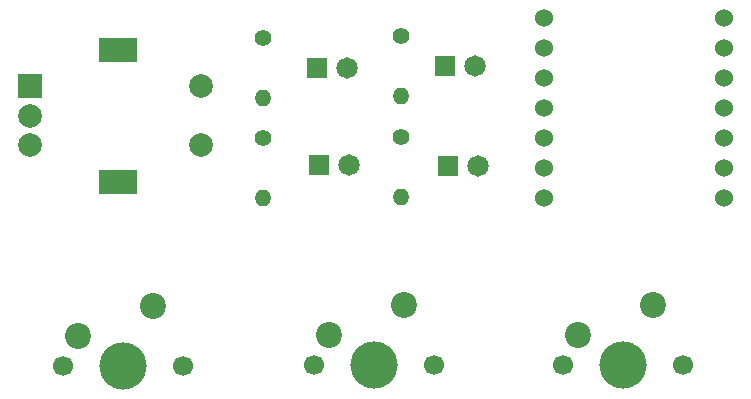
<source format=gbr>
%TF.GenerationSoftware,KiCad,Pcbnew,8.99.0-3419-gcbbcb5ae32*%
%TF.CreationDate,2025-07-01T05:37:36+08:00*%
%TF.ProjectId,pinder,70696e64-6572-42e6-9b69-6361645f7063,rev?*%
%TF.SameCoordinates,Original*%
%TF.FileFunction,Soldermask,Bot*%
%TF.FilePolarity,Negative*%
%FSLAX46Y46*%
G04 Gerber Fmt 4.6, Leading zero omitted, Abs format (unit mm)*
G04 Created by KiCad (PCBNEW 8.99.0-3419-gcbbcb5ae32) date 2025-07-01 05:37:36*
%MOMM*%
%LPD*%
G01*
G04 APERTURE LIST*
%ADD10C,1.400000*%
%ADD11O,1.400000X1.400000*%
%ADD12C,1.815000*%
%ADD13R,1.815000X1.815000*%
%ADD14C,1.700000*%
%ADD15C,4.000000*%
%ADD16C,2.200000*%
%ADD17C,1.524000*%
%ADD18R,2.000000X2.000000*%
%ADD19C,2.000000*%
%ADD20R,3.200000X2.000000*%
G04 APERTURE END LIST*
D10*
%TO.C,R2*%
X118580000Y-55935000D03*
D11*
X118580000Y-61015000D03*
%TD*%
D12*
%TO.C,D1*%
X136500000Y-58300000D03*
D13*
X133960000Y-58300000D03*
%TD*%
D10*
%TO.C,R1*%
X130230000Y-55760000D03*
D11*
X130230000Y-60840000D03*
%TD*%
D14*
%TO.C,SW3*%
X144000000Y-83620000D03*
D15*
X149080000Y-83620000D03*
D14*
X154160000Y-83620000D03*
D16*
X151620000Y-78540000D03*
X145270000Y-81080000D03*
%TD*%
D10*
%TO.C,R4*%
X118615000Y-64450000D03*
D11*
X118615000Y-69530000D03*
%TD*%
D14*
%TO.C,SW2*%
X122860000Y-83620000D03*
D15*
X127940000Y-83620000D03*
D14*
X133020000Y-83620000D03*
D16*
X130480000Y-78540000D03*
X124130000Y-81080000D03*
%TD*%
D10*
%TO.C,R3*%
X130265000Y-64350000D03*
D11*
X130265000Y-69430000D03*
%TD*%
D12*
%TO.C,D3*%
X136765000Y-66800000D03*
D13*
X134225000Y-66800000D03*
%TD*%
D17*
%TO.C,U1*%
X142395600Y-54291200D03*
X142395600Y-56831200D03*
X142395600Y-59371200D03*
X142395600Y-61911200D03*
X142395600Y-64451200D03*
X142395600Y-66991200D03*
X142395600Y-69531200D03*
X157635600Y-69531200D03*
X157635600Y-66991200D03*
X157635600Y-64451200D03*
X157635600Y-61911200D03*
X157635600Y-59371200D03*
X157635600Y-56831200D03*
X157635600Y-54291200D03*
%TD*%
D14*
%TO.C,SW1*%
X101604000Y-83710400D03*
D15*
X106684000Y-83710400D03*
D14*
X111764000Y-83710400D03*
D16*
X109224000Y-78630400D03*
X102874000Y-81170400D03*
%TD*%
D12*
%TO.C,D2*%
X125650000Y-58525000D03*
D13*
X123110000Y-58525000D03*
%TD*%
D18*
%TO.C,SW4*%
X98825000Y-60025000D03*
D19*
X98825000Y-65025000D03*
X98825000Y-62525000D03*
D20*
X106325000Y-56925000D03*
X106325000Y-68125000D03*
D19*
X113325000Y-65025000D03*
X113325000Y-60025000D03*
%TD*%
D12*
%TO.C,D4*%
X125860000Y-66700000D03*
D13*
X123320000Y-66700000D03*
%TD*%
M02*

</source>
